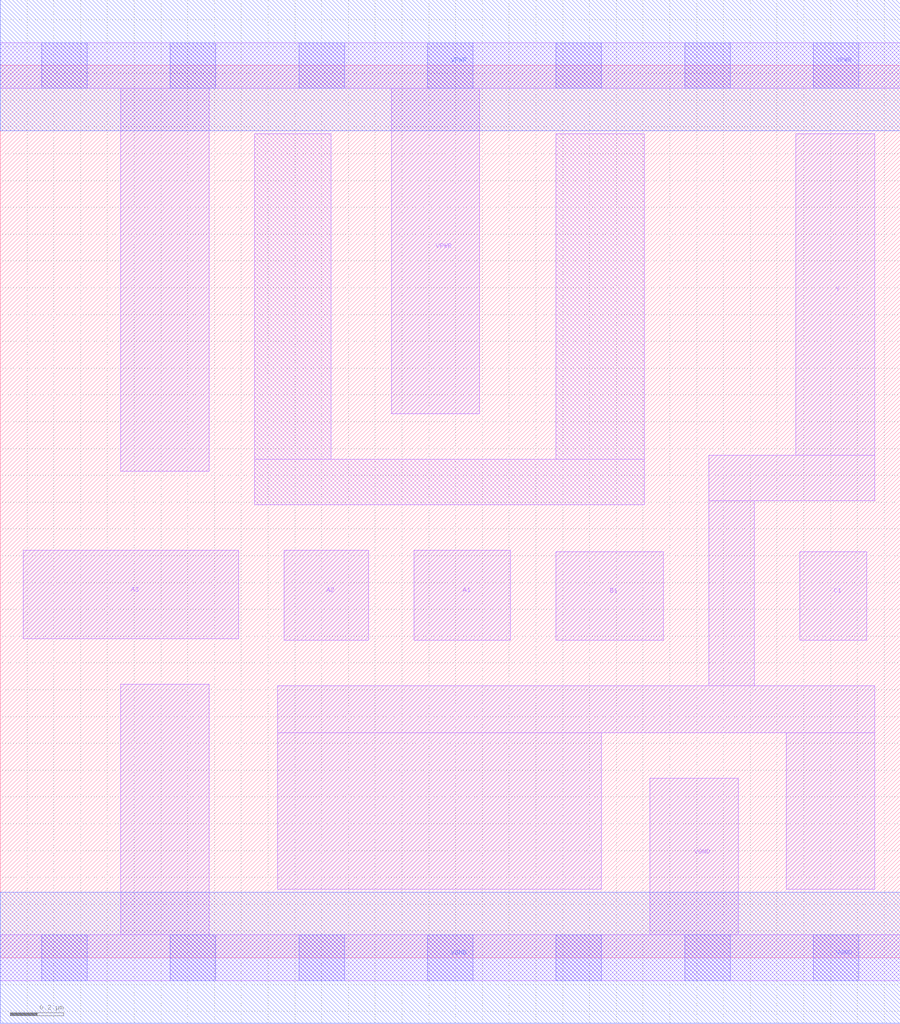
<source format=lef>
# Copyright 2020 The SkyWater PDK Authors
#
# Licensed under the Apache License, Version 2.0 (the "License");
# you may not use this file except in compliance with the License.
# You may obtain a copy of the License at
#
#     https://www.apache.org/licenses/LICENSE-2.0
#
# Unless required by applicable law or agreed to in writing, software
# distributed under the License is distributed on an "AS IS" BASIS,
# WITHOUT WARRANTIES OR CONDITIONS OF ANY KIND, either express or implied.
# See the License for the specific language governing permissions and
# limitations under the License.
#
# SPDX-License-Identifier: Apache-2.0

VERSION 5.7 ;
  NAMESCASESENSITIVE ON ;
  NOWIREEXTENSIONATPIN ON ;
  DIVIDERCHAR "/" ;
  BUSBITCHARS "[]" ;
UNITS
  DATABASE MICRONS 200 ;
END UNITS
MACRO sky130_fd_sc_lp__a311oi_1
  CLASS CORE ;
  SOURCE USER ;
  FOREIGN sky130_fd_sc_lp__a311oi_1 ;
  ORIGIN  0.000000  0.000000 ;
  SIZE  3.360000 BY  3.330000 ;
  SYMMETRY X Y R90 ;
  SITE unit ;
  PIN A1
    ANTENNAGATEAREA  0.315000 ;
    DIRECTION INPUT ;
    USE SIGNAL ;
    PORT
      LAYER li1 ;
        RECT 1.545000 1.185000 1.905000 1.520000 ;
    END
  END A1
  PIN A2
    ANTENNAGATEAREA  0.315000 ;
    DIRECTION INPUT ;
    USE SIGNAL ;
    PORT
      LAYER li1 ;
        RECT 1.060000 1.185000 1.375000 1.520000 ;
    END
  END A2
  PIN A3
    ANTENNAGATEAREA  0.315000 ;
    DIRECTION INPUT ;
    USE SIGNAL ;
    PORT
      LAYER li1 ;
        RECT 0.085000 1.190000 0.890000 1.520000 ;
    END
  END A3
  PIN B1
    ANTENNAGATEAREA  0.315000 ;
    DIRECTION INPUT ;
    USE SIGNAL ;
    PORT
      LAYER li1 ;
        RECT 2.075000 1.185000 2.475000 1.515000 ;
    END
  END B1
  PIN C1
    ANTENNAGATEAREA  0.315000 ;
    DIRECTION INPUT ;
    USE SIGNAL ;
    PORT
      LAYER li1 ;
        RECT 2.985000 1.185000 3.235000 1.515000 ;
    END
  END C1
  PIN Y
    ANTENNADIFFAREA  0.909300 ;
    DIRECTION OUTPUT ;
    USE SIGNAL ;
    PORT
      LAYER li1 ;
        RECT 1.035000 0.255000 2.245000 0.840000 ;
        RECT 1.035000 0.840000 3.265000 1.015000 ;
        RECT 2.645000 1.015000 2.815000 1.705000 ;
        RECT 2.645000 1.705000 3.265000 1.875000 ;
        RECT 2.935000 0.255000 3.265000 0.840000 ;
        RECT 2.970000 1.875000 3.265000 3.075000 ;
    END
  END Y
  PIN VGND
    DIRECTION INOUT ;
    USE GROUND ;
    PORT
      LAYER li1 ;
        RECT 0.000000 -0.085000 3.360000 0.085000 ;
        RECT 0.450000  0.085000 0.780000 1.020000 ;
        RECT 2.425000  0.085000 2.755000 0.670000 ;
      LAYER mcon ;
        RECT 0.155000 -0.085000 0.325000 0.085000 ;
        RECT 0.635000 -0.085000 0.805000 0.085000 ;
        RECT 1.115000 -0.085000 1.285000 0.085000 ;
        RECT 1.595000 -0.085000 1.765000 0.085000 ;
        RECT 2.075000 -0.085000 2.245000 0.085000 ;
        RECT 2.555000 -0.085000 2.725000 0.085000 ;
        RECT 3.035000 -0.085000 3.205000 0.085000 ;
      LAYER met1 ;
        RECT 0.000000 -0.245000 3.360000 0.245000 ;
    END
  END VGND
  PIN VPWR
    DIRECTION INOUT ;
    USE POWER ;
    PORT
      LAYER li1 ;
        RECT 0.000000 3.245000 3.360000 3.415000 ;
        RECT 0.450000 1.815000 0.780000 3.245000 ;
        RECT 1.460000 2.030000 1.790000 3.245000 ;
      LAYER mcon ;
        RECT 0.155000 3.245000 0.325000 3.415000 ;
        RECT 0.635000 3.245000 0.805000 3.415000 ;
        RECT 1.115000 3.245000 1.285000 3.415000 ;
        RECT 1.595000 3.245000 1.765000 3.415000 ;
        RECT 2.075000 3.245000 2.245000 3.415000 ;
        RECT 2.555000 3.245000 2.725000 3.415000 ;
        RECT 3.035000 3.245000 3.205000 3.415000 ;
      LAYER met1 ;
        RECT 0.000000 3.085000 3.360000 3.575000 ;
    END
  END VPWR
  OBS
    LAYER li1 ;
      RECT 0.950000 1.690000 2.405000 1.860000 ;
      RECT 0.950000 1.860000 1.235000 3.075000 ;
      RECT 2.075000 1.860000 2.405000 3.075000 ;
  END
END sky130_fd_sc_lp__a311oi_1

</source>
